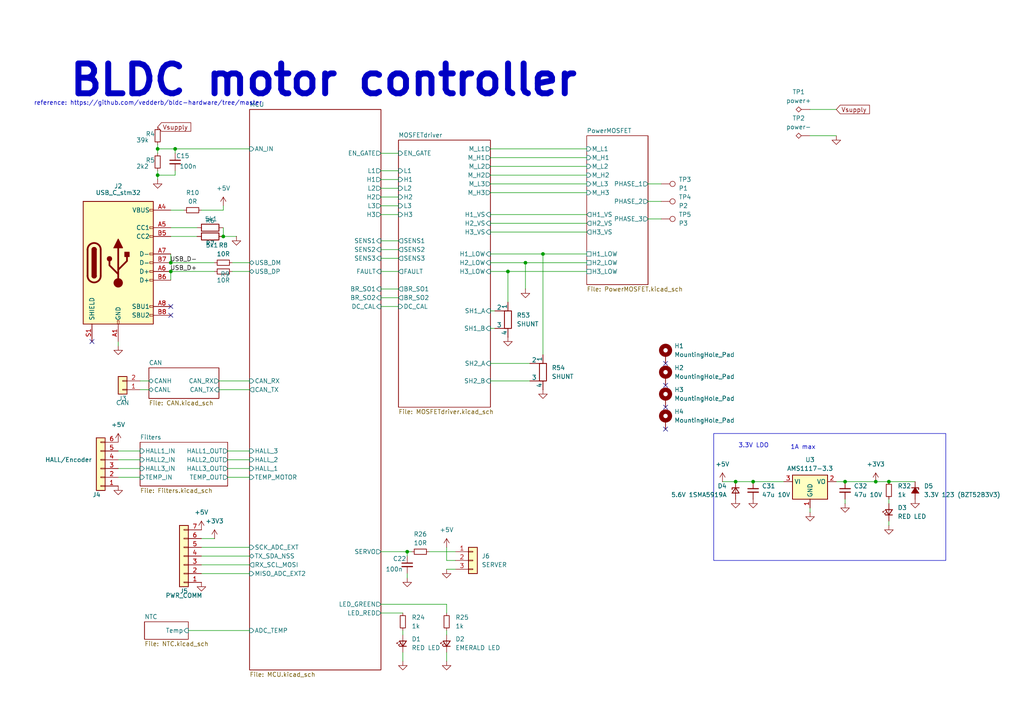
<source format=kicad_sch>
(kicad_sch (version 20231120) (generator "eeschema") (generator_version "8.0")
  (paper "A4")
  (lib_symbols
    (symbol "Connector:TestPoint" (pin_numbers hide) (pin_names (offset 0.762) hide)
      (property "Reference" "TP" (at 0 6.858 0))
      (property "Value" "TestPoint" (at 0 5.08 0))
      (symbol "TestPoint_0_1"
        (circle (center 0 3.302) (radius 0.762))
      )
      (symbol "TestPoint_1_1"
        (pin passive line (at 0 0 90) (length 2.54) (name "1") (number "1"))
      )
    )
    (symbol "Connector:TestPoint_Alt" (pin_numbers hide) (pin_names (offset 0.762) hide)
      (property "Reference" "TP" (at 0 6.858 0))
      (property "Value" "TestPoint_Alt" (at 0 5.08 0))
      (symbol "TestPoint_Alt_0_1"
        (polyline (pts (xy 0 2.54) (xy -0.762 3.302) (xy 0 4.064) (xy 0.762 3.302) (xy 0 2.54)))
      )
      (symbol "TestPoint_Alt_1_1"
        (pin passive line (at 0 0 90) (length 2.54) (name "1") (number "1"))
      )
    )
    (symbol "Connector:USB_C_Receptacle_USB2.0_16P" (pin_names (offset 1.016))
      (property "Reference" "J" (at 0 22.225 0))
      (property "Value" "USB_C_Receptacle_USB2.0_16P" (at 0 19.685 0))
      (symbol "USB_C_Receptacle_USB2.0_16P_0_0"
        (rectangle (start -0.254 -17.78) (end 0.254 -16.764))
        (rectangle (start 10.16 -14.986) (end 9.144 -15.494))
        (rectangle (start 10.16 -12.446) (end 9.144 -12.954))
        (rectangle (start 10.16 -4.826) (end 9.144 -5.334))
        (rectangle (start 10.16 -2.286) (end 9.144 -2.794))
        (rectangle (start 10.16 0.254) (end 9.144 -0.254))
        (rectangle (start 10.16 2.794) (end 9.144 2.286))
        (rectangle (start 10.16 7.874) (end 9.144 7.366))
        (rectangle (start 10.16 10.414) (end 9.144 9.906))
        (rectangle (start 10.16 15.494) (end 9.144 14.986))
      )
      (symbol "USB_C_Receptacle_USB2.0_16P_0_1"
        (rectangle (start -10.16 17.78) (end 10.16 -17.78) (stroke (width 0.254)) (fill (type background)))
        (arc (start -8.89 -3.81) (mid -6.985 -5.7067) (end -5.08 -3.81) (stroke (width 0.508)))
        (arc (start -7.62 -3.81) (mid -6.985 -4.4423) (end -6.35 -3.81) (stroke (width 0.254)))
        (arc (start -7.62 -3.81) (mid -6.985 -4.4423) (end -6.35 -3.81) (stroke (width 0.254)) (fill (type outline)))
        (rectangle (start -7.62 -3.81) (end -6.35 3.81) (stroke (width 0.254)) (fill (type outline)))
        (arc (start -6.35 3.81) (mid -6.985 4.4423) (end -7.62 3.81) (stroke (width 0.254)))
        (arc (start -6.35 3.81) (mid -6.985 4.4423) (end -7.62 3.81) (stroke (width 0.254)) (fill (type outline)))
        (arc (start -5.08 3.81) (mid -6.985 5.7067) (end -8.89 3.81) (stroke (width 0.508)))
        (circle (center -2.54 1.143) (radius 0.635) (stroke (width 0.254)) (fill (type outline)))
        (circle (center 0 -5.842) (radius 1.27) (fill (type outline)))
        (polyline (pts (xy -8.89 -3.81) (xy -8.89 3.81)) (stroke (width 0.508)))
        (polyline (pts (xy -5.08 3.81) (xy -5.08 -3.81)) (stroke (width 0.508)))
        (polyline (pts (xy 0 -5.842) (xy 0 4.318)) (stroke (width 0.508)))
        (polyline (pts (xy 0 -3.302) (xy -2.54 -0.762) (xy -2.54 0.508)) (stroke (width 0.508)))
        (polyline (pts (xy 0 -2.032) (xy 2.54 0.508) (xy 2.54 1.778)) (stroke (width 0.508)))
        (polyline (pts (xy -1.27 4.318) (xy 0 6.858) (xy 1.27 4.318) (xy -1.27 4.318)) (stroke (width 0.254)) (fill (type outline)))
        (rectangle (start 1.905 1.778) (end 3.175 3.048) (stroke (width 0.254)) (fill (type outline)))
      )
      (symbol "USB_C_Receptacle_USB2.0_16P_1_1"
        (pin passive line (at 0 -22.86 90) (length 5.08) (name "GND") (number "A1"))
        (pin passive line (at 0 -22.86 90) (length 5.08) hide (name "GND") (number "A12"))
        (pin passive line (at 15.24 15.24 180) (length 5.08) (name "VBUS") (number "A4"))
        (pin bidirectional line (at 15.24 10.16 180) (length 5.08) (name "CC1") (number "A5"))
        (pin bidirectional line (at 15.24 -2.54 180) (length 5.08) (name "D+") (number "A6"))
        (pin bidirectional line (at 15.24 2.54 180) (length 5.08) (name "D-") (number "A7"))
        (pin bidirectional line (at 15.24 -12.7 180) (length 5.08) (name "SBU1") (number "A8"))
        (pin passive line (at 15.24 15.24 180) (length 5.08) hide (name "VBUS") (number "A9"))
        (pin passive line (at 0 -22.86 90) (length 5.08) hide (name "GND") (number "B1"))
        (pin passive line (at 0 -22.86 90) (length 5.08) hide (name "GND") (number "B12"))
        (pin passive line (at 15.24 15.24 180) (length 5.08) hide (name "VBUS") (number "B4"))
        (pin bidirectional line (at 15.24 7.62 180) (length 5.08) (name "CC2") (number "B5"))
        (pin bidirectional line (at 15.24 -5.08 180) (length 5.08) (name "D+") (number "B6"))
        (pin bidirectional line (at 15.24 0 180) (length 5.08) (name "D-") (number "B7"))
        (pin bidirectional line (at 15.24 -15.24 180) (length 5.08) (name "SBU2") (number "B8"))
        (pin passive line (at 15.24 15.24 180) (length 5.08) hide (name "VBUS") (number "B9"))
        (pin passive line (at -7.62 -22.86 90) (length 5.08) (name "SHIELD") (number "S1"))
      )
    )
    (symbol "Connector_Generic:Conn_01x02" (pin_names (offset 1.016) hide)
      (property "Reference" "J" (at 0 2.54 0))
      (property "Value" "Conn_01x02" (at 0 -5.08 0))
      (symbol "Conn_01x02_1_1"
        (rectangle (start -1.27 -2.413) (end 0 -2.667) (stroke (width 0.1524)))
        (rectangle (start -1.27 0.127) (end 0 -0.127) (stroke (width 0.1524)))
        (rectangle (start -1.27 1.27) (end 1.27 -3.81) (stroke (width 0.254)) (fill (type background)))
        (pin passive line (at -5.08 0 0) (length 3.81) (name "Pin_1") (number "1"))
        (pin passive line (at -5.08 -2.54 0) (length 3.81) (name "Pin_2") (number "2"))
      )
    )
    (symbol "Connector_Generic:Conn_01x03" (pin_names (offset 1.016) hide)
      (property "Reference" "J" (at 0 5.08 0))
      (property "Value" "Conn_01x03" (at 0 -5.08 0))
      (symbol "Conn_01x03_1_1"
        (rectangle (start -1.27 -2.413) (end 0 -2.667) (stroke (width 0.1524)))
        (rectangle (start -1.27 0.127) (end 0 -0.127) (stroke (width 0.1524)))
        (rectangle (start -1.27 2.667) (end 0 2.413) (stroke (width 0.1524)))
        (rectangle (start -1.27 3.81) (end 1.27 -3.81) (stroke (width 0.254)) (fill (type background)))
        (pin passive line (at -5.08 2.54 0) (length 3.81) (name "Pin_1") (number "1"))
        (pin passive line (at -5.08 0 0) (length 3.81) (name "Pin_2") (number "2"))
        (pin passive line (at -5.08 -2.54 0) (length 3.81) (name "Pin_3") (number "3"))
      )
    )
    (symbol "Connector_Generic:Conn_01x06" (pin_names (offset 1.016) hide)
      (property "Reference" "J" (at 0 7.62 0))
      (property "Value" "Conn_01x06" (at 0 -10.16 0))
      (symbol "Conn_01x06_1_1"
        (rectangle (start -1.27 -7.493) (end 0 -7.747) (stroke (width 0.1524)))
        (rectangle (start -1.27 -4.953) (end 0 -5.207) (stroke (width 0.1524)))
        (rectangle (start -1.27 -2.413) (end 0 -2.667) (stroke (width 0.1524)))
        (rectangle (start -1.27 0.127) (end 0 -0.127) (stroke (width 0.1524)))
        (rectangle (start -1.27 2.667) (end 0 2.413) (stroke (width 0.1524)))
        (rectangle (start -1.27 5.207) (end 0 4.953) (stroke (width 0.1524)))
        (rectangle (start -1.27 6.35) (end 1.27 -8.89) (stroke (width 0.254)) (fill (type background)))
        (pin passive line (at -5.08 5.08 0) (length 3.81) (name "Pin_1") (number "1"))
        (pin passive line (at -5.08 2.54 0) (length 3.81) (name "Pin_2") (number "2"))
        (pin passive line (at -5.08 0 0) (length 3.81) (name "Pin_3") (number "3"))
        (pin passive line (at -5.08 -2.54 0) (length 3.81) (name "Pin_4") (number "4"))
        (pin passive line (at -5.08 -5.08 0) (length 3.81) (name "Pin_5") (number "5"))
        (pin passive line (at -5.08 -7.62 0) (length 3.81) (name "Pin_6") (number "6"))
      )
    )
    (symbol "Connector_Generic:Conn_01x07" (pin_names (offset 1.016) hide)
      (property "Reference" "J" (at 0 10.16 0))
      (property "Value" "Conn_01x07" (at 0 -10.16 0))
      (symbol "Conn_01x07_1_1"
        (rectangle (start -1.27 -7.493) (end 0 -7.747) (stroke (width 0.1524)))
        (rectangle (start -1.27 -4.953) (end 0 -5.207) (stroke (width 0.1524)))
        (rectangle (start -1.27 -2.413) (end 0 -2.667) (stroke (width 0.1524)))
        (rectangle (start -1.27 0.127) (end 0 -0.127) (stroke (width 0.1524)))
        (rectangle (start -1.27 2.667) (end 0 2.413) (stroke (width 0.1524)))
        (rectangle (start -1.27 5.207) (end 0 4.953) (stroke (width 0.1524)))
        (rectangle (start -1.27 7.747) (end 0 7.493) (stroke (width 0.1524)))
        (rectangle (start -1.27 8.89) (end 1.27 -8.89) (stroke (width 0.254)) (fill (type background)))
        (pin passive line (at -5.08 7.62 0) (length 3.81) (name "Pin_1") (number "1"))
        (pin passive line (at -5.08 5.08 0) (length 3.81) (name "Pin_2") (number "2"))
        (pin passive line (at -5.08 2.54 0) (length 3.81) (name "Pin_3") (number "3"))
        (pin passive line (at -5.08 0 0) (length 3.81) (name "Pin_4") (number "4"))
        (pin passive line (at -5.08 -2.54 0) (length 3.81) (name "Pin_5") (number "5"))
        (pin passive line (at -5.08 -5.08 0) (length 3.81) (name "Pin_6") (number "6"))
        (pin passive line (at -5.08 -7.62 0) (length 3.81) (name "Pin_7") (number "7"))
      )
    )
    (symbol "Device:C_Small" (pin_numbers hide) (pin_names (offset 0.254) hide)
      (property "Reference" "C" (at 0.254 1.778 0))
      (property "Value" "C_Small" (at 0.254 -2.032 0))
      (symbol "C_Small_0_1"
        (polyline (pts (xy -1.524 -0.508) (xy 1.524 -0.508)) (stroke (width 0.3302)))
        (polyline (pts (xy -1.524 0.508) (xy 1.524 0.508)) (stroke (width 0.3048)))
      )
      (symbol "C_Small_1_1"
        (pin passive line (at 0 2.54 270) (length 2.032) (name "~") (number "1"))
        (pin passive line (at 0 -2.54 90) (length 2.032) (name "~") (number "2"))
      )
    )
    (symbol "Device:D_Zener_Small" (pin_numbers hide) (pin_names (offset 0.254) hide)
      (property "Reference" "D" (at 0 2.286 0))
      (property "Value" "D_Zener_Small" (at 0 -2.286 0))
      (symbol "D_Zener_Small_0_1"
        (polyline (pts (xy 0.762 0) (xy -0.762 0)))
        (polyline (pts (xy -0.254 1.016) (xy -0.762 1.016) (xy -0.762 -1.016)) (stroke (width 0.254)))
        (polyline (pts (xy 0.762 1.016) (xy -0.762 0) (xy 0.762 -1.016) (xy 0.762 1.016)) (stroke (width 0.254)))
      )
      (symbol "D_Zener_Small_1_1"
        (pin passive line (at -2.54 0 0) (length 1.778) (name "K") (number "1"))
        (pin passive line (at 2.54 0 180) (length 1.778) (name "A") (number "2"))
      )
    )
    (symbol "Device:D_Zener_Small_Filled" (pin_numbers hide) (pin_names (offset 0.254) hide)
      (property "Reference" "D" (at 0 2.286 0))
      (property "Value" "D_Zener_Small_Filled" (at 0 -2.286 0))
      (symbol "D_Zener_Small_Filled_0_1"
        (polyline (pts (xy 0.762 0) (xy -0.762 0)))
        (polyline (pts (xy -0.254 1.016) (xy -0.762 1.016) (xy -0.762 -1.016)) (stroke (width 0.254)))
        (polyline (pts (xy 0.762 1.016) (xy -0.762 0) (xy 0.762 -1.016) (xy 0.762 1.016)) (stroke (width 0.254)) (fill (type outline)))
      )
      (symbol "D_Zener_Small_Filled_1_1"
        (pin passive line (at -2.54 0 0) (length 1.778) (name "K") (number "1"))
        (pin passive line (at 2.54 0 180) (length 1.778) (name "A") (number "2"))
      )
    )
    (symbol "Device:LED_Small" (pin_numbers hide) (pin_names (offset 0.254) hide)
      (property "Reference" "D" (at -1.27 3.175 0))
      (property "Value" "LED_Small" (at -4.445 -2.54 0))
      (symbol "LED_Small_0_1"
        (polyline (pts (xy -0.762 -1.016) (xy -0.762 1.016)) (stroke (width 0.254)))
        (polyline (pts (xy 1.016 0) (xy -0.762 0)))
        (polyline (pts (xy 0.762 -1.016) (xy -0.762 0) (xy 0.762 1.016) (xy 0.762 -1.016)) (stroke (width 0.254)))
        (polyline (pts (xy 0 0.762) (xy -0.508 1.27) (xy -0.254 1.27) (xy -0.508 1.27) (xy -0.508 1.016)))
        (polyline (pts (xy 0.508 1.27) (xy 0 1.778) (xy 0.254 1.778) (xy 0 1.778) (xy 0 1.524)))
      )
      (symbol "LED_Small_1_1"
        (pin passive line (at -2.54 0 0) (length 1.778) (name "K") (number "1"))
        (pin passive line (at 2.54 0 180) (length 1.778) (name "A") (number "2"))
      )
    )
    (symbol "Device:R" (pin_numbers hide) (pin_names (offset 0))
      (property "Reference" "R" (at 2.032 0 90))
      (property "Value" "R" (at 0 0 90))
      (symbol "R_0_1"
        (rectangle (start -1.016 -2.54) (end 1.016 2.54) (stroke (width 0.254)))
      )
      (symbol "R_1_1"
        (pin passive line (at 0 3.81 270) (length 1.27) (name "~") (number "1"))
        (pin passive line (at 0 -3.81 90) (length 1.27) (name "~") (number "2"))
      )
    )
    (symbol "Device:R_Shunt" (pin_numbers hide) (pin_names (offset 0))
      (property "Reference" "R" (at -4.445 0 90))
      (property "Value" "R_Shunt" (at -2.54 0 90))
      (symbol "R_Shunt_0_1"
        (rectangle (start -1.016 -2.54) (end 1.016 2.54) (stroke (width 0.254)))
        (polyline (pts (xy 0 -2.54) (xy 1.27 -2.54)))
        (polyline (pts (xy 1.27 2.54) (xy 0 2.54)))
      )
      (symbol "R_Shunt_1_1"
        (pin passive line (at 0 5.08 270) (length 2.54) (name "1") (number "1"))
        (pin passive line (at 3.81 2.54 180) (length 2.54) (name "2") (number "2"))
        (pin passive line (at 3.81 -2.54 180) (length 2.54) (name "3") (number "3"))
        (pin passive line (at 0 -5.08 90) (length 2.54) (name "4") (number "4"))
      )
    )
    (symbol "Device:R_Small" (pin_numbers hide) (pin_names (offset 0.254) hide)
      (property "Reference" "R" (at 0.762 0.508 0))
      (property "Value" "R_Small" (at 0.762 -1.016 0))
      (symbol "R_Small_0_1"
        (rectangle (start -0.762 1.778) (end 0.762 -1.778) (stroke (width 0.2032)))
      )
      (symbol "R_Small_1_1"
        (pin passive line (at 0 2.54 270) (length 0.762) (name "~") (number "1"))
        (pin passive line (at 0 -2.54 90) (length 0.762) (name "~") (number "2"))
      )
    )
    (symbol "Mechanical:MountingHole_Pad" (pin_numbers hide) (pin_names (offset 1.016) hide) (exclude_from_sim yes) (in_bom no)
      (property "Reference" "H" (at 0 6.35 0))
      (property "Value" "MountingHole_Pad" (at 0 4.445 0))
      (symbol "MountingHole_Pad_0_1"
        (circle (center 0 1.27) (radius 1.27) (stroke (width 1.27)))
      )
      (symbol "MountingHole_Pad_1_1"
        (pin input line (at 0 -2.54 90) (length 2.54) (name "1") (number "1"))
      )
    )
    (symbol "Regulator_Linear:AMS1117-3.3"
      (property "Reference" "U" (at -3.81 3.175 0))
      (property "Value" "AMS1117-3.3" (at 0 3.175 0))
      (symbol "AMS1117-3.3_0_1"
        (rectangle (start -5.08 -5.08) (end 5.08 1.905) (stroke (width 0.254)) (fill (type background)))
      )
      (symbol "AMS1117-3.3_1_1"
        (pin power_in line (at 0 -7.62 90) (length 2.54) (name "GND") (number "1"))
        (pin power_out line (at 7.62 0 180) (length 2.54) (name "VO") (number "2"))
        (pin power_in line (at -7.62 0 0) (length 2.54) (name "VI") (number "3"))
      )
    )
    (symbol "power:+3V3" (power) (pin_numbers hide) (pin_names (offset 0) hide)
      (property "Value" "+3V3" (at 0 3.556 0))
      (symbol "+3V3_0_1"
        (polyline (pts (xy -0.762 1.27) (xy 0 2.54)))
        (polyline (pts (xy 0 0) (xy 0 2.54)))
        (polyline (pts (xy 0 2.54) (xy 0.762 1.27)))
      )
      (symbol "+3V3_1_1"
        (pin power_in line (at 0 0 90) (length 0) (name "~") (number "1"))
      )
    )
    (symbol "power:+5V" (power) (pin_numbers hide) (pin_names (offset 0) hide)
      (property "Value" "+5V" (at 0 3.556 0))
      (symbol "+5V_0_1"
        (polyline (pts (xy -0.762 1.27) (xy 0 2.54)))
        (polyline (pts (xy 0 0) (xy 0 2.54)))
        (polyline (pts (xy 0 2.54) (xy 0.762 1.27)))
      )
      (symbol "+5V_1_1"
        (pin power_in line (at 0 0 90) (length 0) (name "~") (number "1"))
      )
    )
    (symbol "power:GND" (power) (pin_numbers hide) (pin_names (offset 0) hide)
      (property "Value" "GND" (at 0 -3.81 0))
      (symbol "GND_0_1"
        (polyline (pts (xy 0 0) (xy 0 -1.27) (xy 1.27 -1.27) (xy 0 -2.54) (xy -1.27 -1.27) (xy 0 -1.27)))
      )
      (symbol "GND_1_1"
        (pin power_in line (at 0 0 270) (length 0) (name "~") (number "1"))
      )
    )
  )
  (junction (at 152.4 76.2))
  (junction (at 50.8 43.18))
  (junction (at 49.53 76.2))
  (junction (at 245.11 139.7))
  (junction (at 157.48 73.66))
  (junction (at 118.11 160.02))
  (junction (at 45.72 50.8))
  (junction (at 64.77 68.58))
  (junction (at 213.36 139.7))
  (junction (at 49.53 78.74))
  (junction (at 257.81 139.7))
  (junction (at 147.32 78.74))
  (junction (at 45.72 43.18))
  (junction (at 254 139.7))
  (junction (at 218.44 139.7))
  (no_connect (at 49.53 88.9))
  (no_connect (at 193.04 124.46))
  (no_connect (at 193.04 111.76))
  (no_connect (at 49.53 91.44))
  (no_connect (at 193.04 118.11))
  (no_connect (at 26.67 99.06))
  (no_connect (at 193.04 105.41))
  (wire (pts (xy 110.49 177.8) (xy 116.84 177.8)))
  (wire (pts (xy 234.95 148.59) (xy 234.95 147.32)))
  (wire (pts (xy 49.53 78.74) (xy 62.23 78.74)))
  (wire (pts (xy 45.72 50.8) (xy 45.72 49.53)))
  (wire (pts (xy 147.32 78.74) (xy 147.32 87.63)))
  (wire (pts (xy 54.61 182.88) (xy 72.39 182.88)))
  (wire (pts (xy 257.81 152.4) (xy 257.81 151.13)))
  (wire (pts (xy 129.54 165.1) (xy 132.08 165.1)))
  (wire (pts (xy 129.54 177.8) (xy 129.54 175.26)))
  (wire (pts (xy 110.49 72.39) (xy 115.57 72.39)))
  (wire (pts (xy 66.04 133.35) (xy 72.39 133.35)))
  (wire (pts (xy 62.23 156.21) (xy 58.42 156.21)))
  (wire (pts (xy 57.15 66.04) (xy 49.53 66.04)))
  (wire (pts (xy 142.24 50.8) (xy 170.18 50.8)))
  (wire (pts (xy 242.57 39.37) (xy 234.95 39.37)))
  (wire (pts (xy 118.11 161.29) (xy 118.11 160.02)))
  (wire (pts (xy 68.58 68.58) (xy 64.77 68.58)))
  (wire (pts (xy 110.49 78.74) (xy 115.57 78.74)))
  (wire (pts (xy 34.29 138.43) (xy 40.64 138.43)))
  (wire (pts (xy 209.55 139.7) (xy 213.36 139.7)))
  (wire (pts (xy 191.77 58.42) (xy 187.96 58.42)))
  (wire (pts (xy 58.42 161.29) (xy 72.39 161.29)))
  (wire (pts (xy 110.49 54.61) (xy 115.57 54.61)))
  (wire (pts (xy 213.36 139.7) (xy 218.44 139.7)))
  (wire (pts (xy 67.31 78.74) (xy 72.39 78.74)))
  (wire (pts (xy 257.81 144.78) (xy 257.81 146.05)))
  (wire (pts (xy 245.11 146.05) (xy 245.11 144.78)))
  (wire (pts (xy 118.11 167.64) (xy 118.11 166.37)))
  (wire (pts (xy 67.31 76.2) (xy 72.39 76.2)))
  (wire (pts (xy 245.11 139.7) (xy 254 139.7)))
  (wire (pts (xy 64.77 59.69) (xy 64.77 60.96)))
  (wire (pts (xy 34.29 133.35) (xy 40.64 133.35)))
  (wire (pts (xy 124.46 160.02) (xy 132.08 160.02)))
  (wire (pts (xy 110.49 49.53) (xy 115.57 49.53)))
  (wire (pts (xy 110.49 57.15) (xy 115.57 57.15)))
  (wire (pts (xy 129.54 184.15) (xy 129.54 182.88)))
  (wire (pts (xy 157.48 73.66) (xy 157.48 102.87)))
  (wire (pts (xy 110.49 83.82) (xy 115.57 83.82)))
  (wire (pts (xy 50.8 43.18) (xy 72.39 43.18)))
  (wire (pts (xy 64.77 60.96) (xy 58.42 60.96)))
  (wire (pts (xy 45.72 50.8) (xy 50.8 50.8)))
  (wire (pts (xy 49.53 76.2) (xy 62.23 76.2)))
  (wire (pts (xy 242.57 139.7) (xy 245.11 139.7)))
  (wire (pts (xy 142.24 53.34) (xy 170.18 53.34)))
  (wire (pts (xy 142.24 45.72) (xy 170.18 45.72)))
  (wire (pts (xy 34.29 135.89) (xy 40.64 135.89)))
  (wire (pts (xy 218.44 139.7) (xy 227.33 139.7)))
  (wire (pts (xy 58.42 163.83) (xy 72.39 163.83)))
  (wire (pts (xy 50.8 44.45) (xy 50.8 43.18)))
  (wire (pts (xy 45.72 43.18) (xy 45.72 41.91)))
  (wire (pts (xy 242.57 31.75) (xy 234.95 31.75)))
  (wire (pts (xy 129.54 162.56) (xy 132.08 162.56)))
  (wire (pts (xy 64.77 66.04) (xy 64.77 68.58)))
  (wire (pts (xy 110.49 69.85) (xy 115.57 69.85)))
  (wire (pts (xy 53.34 60.96) (xy 49.53 60.96)))
  (wire (pts (xy 157.48 73.66) (xy 170.18 73.66)))
  (wire (pts (xy 153.67 110.49) (xy 142.24 110.49)))
  (wire (pts (xy 142.24 62.23) (xy 170.18 62.23)))
  (wire (pts (xy 142.24 78.74) (xy 147.32 78.74)))
  (wire (pts (xy 257.81 139.7) (xy 265.43 139.7)))
  (wire (pts (xy 110.49 52.07) (xy 115.57 52.07)))
  (wire (pts (xy 57.15 68.58) (xy 49.53 68.58)))
  (wire (pts (xy 110.49 44.45) (xy 115.57 44.45)))
  (wire (pts (xy 110.49 86.36) (xy 115.57 86.36)))
  (wire (pts (xy 58.42 158.75) (xy 72.39 158.75)))
  (wire (pts (xy 142.24 73.66) (xy 157.48 73.66)))
  (wire (pts (xy 191.77 53.34) (xy 187.96 53.34)))
  (wire (pts (xy 110.49 160.02) (xy 118.11 160.02)))
  (wire (pts (xy 45.72 43.18) (xy 50.8 43.18)))
  (wire (pts (xy 66.04 130.81) (xy 72.39 130.81)))
  (wire (pts (xy 110.49 88.9) (xy 115.57 88.9)))
  (wire (pts (xy 40.64 110.49) (xy 43.18 110.49)))
  (wire (pts (xy 142.24 48.26) (xy 170.18 48.26)))
  (wire (pts (xy 142.24 76.2) (xy 152.4 76.2)))
  (wire (pts (xy 45.72 44.45) (xy 45.72 43.18)))
  (wire (pts (xy 66.04 135.89) (xy 72.39 135.89)))
  (wire (pts (xy 116.84 191.77) (xy 116.84 189.23)))
  (wire (pts (xy 142.24 95.25) (xy 143.51 95.25)))
  (wire (pts (xy 152.4 83.82) (xy 152.4 76.2)))
  (wire (pts (xy 49.53 73.66) (xy 49.53 76.2)))
  (wire (pts (xy 142.24 64.77) (xy 170.18 64.77)))
  (wire (pts (xy 50.8 49.53) (xy 50.8 50.8)))
  (wire (pts (xy 142.24 105.41) (xy 153.67 105.41)))
  (wire (pts (xy 152.4 76.2) (xy 170.18 76.2)))
  (wire (pts (xy 110.49 74.93) (xy 115.57 74.93)))
  (wire (pts (xy 63.5 113.03) (xy 72.39 113.03)))
  (wire (pts (xy 63.5 110.49) (xy 72.39 110.49)))
  (wire (pts (xy 147.32 78.74) (xy 170.18 78.74)))
  (wire (pts (xy 110.49 62.23) (xy 115.57 62.23)))
  (wire (pts (xy 110.49 59.69) (xy 115.57 59.69)))
  (wire (pts (xy 118.11 160.02) (xy 119.38 160.02)))
  (wire (pts (xy 58.42 166.37) (xy 72.39 166.37)))
  (wire (pts (xy 142.24 55.88) (xy 170.18 55.88)))
  (wire (pts (xy 191.77 63.5) (xy 187.96 63.5)))
  (wire (pts (xy 129.54 158.75) (xy 129.54 162.56)))
  (wire (pts (xy 45.72 52.07) (xy 45.72 50.8)))
  (wire (pts (xy 142.24 90.17) (xy 143.51 90.17)))
  (wire (pts (xy 129.54 191.77) (xy 129.54 189.23)))
  (wire (pts (xy 66.04 138.43) (xy 72.39 138.43)))
  (wire (pts (xy 34.29 100.33) (xy 34.29 99.06)))
  (wire (pts (xy 129.54 175.26) (xy 110.49 175.26)))
  (wire (pts (xy 40.64 113.03) (xy 43.18 113.03)))
  (wire (pts (xy 34.29 130.81) (xy 40.64 130.81)))
  (wire (pts (xy 142.24 43.18) (xy 170.18 43.18)))
  (wire (pts (xy 116.84 184.15) (xy 116.84 182.88)))
  (wire (pts (xy 254 139.7) (xy 257.81 139.7)))
  (wire (pts (xy 142.24 67.31) (xy 170.18 67.31)))
  (wire (pts (xy 49.53 78.74) (xy 49.53 81.28)))
  (rectangle (start 207.01 125.73) (end 274.32 162.56))
  (text "BLDC motor controller" (at 19.558 28.448 0) (effects (font (size 8.636 8.636) (thickness 1.7272) (bold yes)) (justify left bottom)))
  (text "reference: https://github.com/vedderb/bldc-hardware/tree/master" (at 42.926 29.972 0) (effects (font (size 1.27 1.27))))
  (text "3.3V LDO" (at 214.122 130.048 0) (effects (font (size 1.27 1.27)) (justify left bottom)))
  (text "1A max" (at 232.918 129.794 0) (effects (font (size 1.27 1.27))))
  (label "USB_D-" (at 57.15 76.2 180))
  (label "USB_D+" (at 57.15 78.74 180))
  (global_label "Vsupply" (shape input) (at 242.57 31.75 0) (property "Intersheetrefs" "${INTERSHEET_REFS}" (effects (hide yes))))
  (global_label "Vsupply" (shape input) (at 45.72 36.83 0) (property "Intersheetrefs" "${INTERSHEET_REFS}" (effects (hide yes))))
  (symbol (lib_id "power:GND") (at 213.36 144.78 0) (unit 1)
    (property "Reference" "#PWR058" (effects (hide yes)))
    (property "Value" "GND" (effects (hide yes)))
    (property "Description" "Power symbol creates a global label with name \"GND\" , ground" (effects (hide yes)))
  )
  (symbol (lib_id "power:GND") (at 265.43 144.78 0) (unit 1)
    (property "Reference" "#PWR059" (effects (hide yes)))
    (property "Value" "GND" (effects (hide yes)))
    (property "Description" "Power symbol creates a global label with name \"GND\" , ground" (effects (hide yes)))
  )
  (symbol (lib_id "power:GND") (at 147.32 97.79 0) (unit 1)
    (property "Reference" "#PWR074" (effects (hide yes)))
    (property "Value" "GND" (effects (hide yes)))
    (property "Description" "Power symbol creates a global label with name \"GND\" , ground" (effects (hide yes)))
  )
  (symbol (lib_id "power:GND") (at 257.81 152.4 0) (unit 1)
    (property "Reference" "#PWR057" (effects (hide yes)))
    (property "Value" "GND" (effects (hide yes)))
    (property "Description" "Power symbol creates a global label with name \"GND\" , ground" (effects (hide yes)))
  )
  (symbol (lib_id "power:GND") (at 129.54 165.1 0) (unit 1)
    (property "Reference" "#PWR045" (effects (hide yes)))
    (property "Value" "GND" (effects (hide yes)))
    (property "Description" "Power symbol creates a global label with name \"GND\" , ground" (effects (hide yes)))
  )
  (symbol (lib_id "power:GND") (at 68.58 68.58 0) (mirror y) (unit 1)
    (property "Reference" "#PWR019" (effects (hide yes)))
    (property "Value" "GND" (effects (hide yes)))
    (property "Description" "Power symbol creates a global label with name \"GND\" , ground" (effects (hide yes)))
  )
  (symbol (lib_id "Regulator_Linear:AMS1117-3.3") (at 234.95 139.7 0) (unit 1)
    (property "Reference" "U3" (at 234.95 133.35 0))
    (property "Value" "AMS1117-3.3" (at 234.95 135.89 0))
    (property "Footprint" "Package_TO_SOT_SMD:SOT-223-3_TabPin2" (effects (hide yes)))
    (property "Datasheet" "http://www.advanced-monolithic.com/pdf/ds1117.pdf" (effects (hide yes)))
    (property "Description" "1A Low Dropout regulator, positive, 3.3V fixed output, SOT-223" (effects (hide yes)))
  )
  (symbol (lib_id "Device:LED_Small") (at 116.84 186.69 90) (unit 1)
    (property "Reference" "D1" (at 119.38 185.3565 90) (effects (justify right)))
    (property "Value" "RED LED" (at 119.38 187.8965 90) (effects (justify right)))
    (property "Footprint" "LED_SMD:LED_0603_1608Metric" (effects (hide yes)))
    (property "Description" "Light emitting diode, small symbol" (effects (hide yes)))
  )
  (symbol (lib_id "Connector:TestPoint") (at 191.77 58.42 270) (unit 1)
    (property "Reference" "TP4" (at 196.85 57.15 90) (effects (justify left)))
    (property "Value" "P2" (at 196.85 59.69 90) (effects (justify left)))
    (property "Footprint" "TestPoint:TestPoint_Pad_4.0x4.0mm" (effects (hide yes)))
    (property "Description" "test point" (effects (hide yes)))
  )
  (symbol (lib_id "Device:R_Shunt") (at 157.48 107.95 0) (mirror y) (unit 1)
    (property "Reference" "R54" (at 160.02 106.68 0) (effects (justify right)))
    (property "Value" "SHUNT" (at 160.02 109.22 0) (effects (justify right)))
    (property "Footprint" "Resistor_SMD:R_Shunt_Isabellenhuette_BVR4026" (effects (hide yes)))
    (property "Description" "Shunt resistor" (effects (hide yes)))
  )
  (symbol (lib_id "power:GND") (at 242.57 39.37 0) (mirror y) (unit 1)
    (property "Reference" "#PWR040" (effects (hide yes)))
    (property "Value" "GND" (effects (hide yes)))
    (property "Description" "Power symbol creates a global label with name \"GND\" , ground" (effects (hide yes)))
  )
  (symbol (lib_id "Connector_Generic:Conn_01x03") (at 137.16 162.56 0) (unit 1)
    (property "Reference" "J6" (at 139.7 161.29 0) (effects (justify left)))
    (property "Value" "SERVER" (at 139.7 163.83 0) (effects (justify left)))
    (property "Footprint" "Connector_JST:JST_XH_B3B-XH-A_1x03_P2.50mm_Vertical" (effects (hide yes)))
    (property "Description" "Generic connector, single row, 01x03, script generated (kicad-library-utils/schlib/autogen/connector/)" (effects (hide yes)))
  )
  (symbol (lib_id "power:GND") (at 218.44 144.78 0) (unit 1)
    (property "Reference" "#PWR054" (effects (hide yes)))
    (property "Value" "GND" (effects (hide yes)))
    (property "Description" "Power symbol creates a global label with name \"GND\" , ground" (effects (hide yes)))
  )
  (symbol (lib_id "power:+5V") (at 64.77 59.69 0) (unit 1)
    (property "Reference" "#PWR021" (effects (hide yes)))
    (property "Value" "+5V" (at 64.77 54.61 0))
    (property "Description" "Power symbol creates a global label with name \"+5V\"" (effects (hide yes)))
  )
  (symbol (lib_id "Connector:TestPoint_Alt") (at 234.95 31.75 90) (unit 1)
    (property "Reference" "TP1" (at 231.648 26.67 90))
    (property "Value" "power+" (at 231.648 29.21 90))
    (property "Footprint" "Connector_Pin:Pin_D0.9mm_L10.0mm_W2.4mm_FlatFork" (effects (hide yes)))
    (property "Description" "test point (alternative shape)" (effects (hide yes)))
  )
  (symbol (lib_id "Connector:TestPoint") (at 191.77 63.5 270) (unit 1)
    (property "Reference" "TP5" (at 196.85 62.23 90) (effects (justify left)))
    (property "Value" "P3" (at 196.85 64.77 90) (effects (justify left)))
    (property "Footprint" "TestPoint:TestPoint_Pad_4.0x4.0mm" (effects (hide yes)))
    (property "Description" "test point" (effects (hide yes)))
  )
  (symbol (lib_id "Connector:TestPoint_Alt") (at 234.95 39.37 90) (unit 1)
    (property "Reference" "TP2" (at 231.648 34.29 90))
    (property "Value" "power-" (at 231.648 36.83 90))
    (property "Footprint" "TestPoint:TestPoint_Pad_4.0x4.0mm" (effects (hide yes)))
    (property "Description" "test point (alternative shape)" (effects (hide yes)))
  )
  (symbol (lib_id "Connector_Generic:Conn_01x06") (at 29.21 135.89 180) (unit 1)
    (property "Reference" "J4" (at 29.21 143.51 0) (effects (justify left)))
    (property "Value" "HALL/Encoder" (at 26.67 133.35 0) (effects (justify left)))
    (property "Footprint" "Connector_JST:JST_XH_B6B-XH-A_1x06_P2.50mm_Vertical" (effects (hide yes)))
    (property "Description" "Generic connector, single row, 01x06, script generated (kicad-library-utils/schlib/autogen/connector/)" (effects (hide yes)))
  )
  (symbol (lib_id "power:+3V3") (at 62.23 156.21 0) (unit 1)
    (property "Reference" "#PWR036" (effects (hide yes)))
    (property "Value" "+3V3" (at 62.23 151.13 0))
    (property "Description" "Power symbol creates a global label with name \"+3V3\"" (effects (hide yes)))
  )
  (symbol (lib_id "Connector:TestPoint") (at 191.77 53.34 270) (unit 1)
    (property "Reference" "TP3" (at 196.85 52.07 90) (effects (justify left)))
    (property "Value" "P1" (at 196.85 54.61 90) (effects (justify left)))
    (property "Footprint" "TestPoint:TestPoint_Pad_4.0x4.0mm" (effects (hide yes)))
    (property "Description" "test point" (effects (hide yes)))
  )
  (symbol (lib_id "power:GND") (at 152.4 83.82 0) (unit 1)
    (property "Reference" "#PWR076" (effects (hide yes)))
    (property "Value" "GND" (effects (hide yes)))
    (property "Description" "Power symbol creates a global label with name \"GND\" , ground" (effects (hide yes)))
  )
  (symbol (lib_id "power:GND") (at 118.11 167.64 0) (unit 1)
    (property "Reference" "#PWR043" (effects (hide yes)))
    (property "Value" "GND" (effects (hide yes)))
    (property "Description" "Power symbol creates a global label with name \"GND\" , ground" (effects (hide yes)))
  )
  (symbol (lib_id "Device:R_Small") (at 64.77 76.2 270) (mirror x) (unit 1)
    (property "Reference" "R8" (at 64.77 71.12 90))
    (property "Value" "10R" (at 64.77 73.66 90))
    (property "Footprint" "Resistor_SMD:R_0603_1608Metric" (effects (hide yes)))
    (property "Description" "Resistor, small symbol" (effects (hide yes)))
  )
  (symbol (lib_id "Device:R_Small") (at 45.72 46.99 0) (mirror y) (unit 1)
    (property "Reference" "R5" (at 44.958 46.482 0) (effects (justify left)))
    (property "Value" "2k2" (at 43.18 48.26 0) (effects (justify left)))
    (property "Footprint" "Resistor_SMD:R_0603_1608Metric" (effects (hide yes)))
    (property "Description" "Resistor, small symbol" (effects (hide yes)))
  )
  (symbol (lib_id "power:GND") (at 58.42 168.91 0) (mirror y) (unit 1)
    (property "Reference" "#PWR037" (effects (hide yes)))
    (property "Value" "GND" (effects (hide yes)))
    (property "Description" "Power symbol creates a global label with name \"GND\" , ground" (effects (hide yes)))
  )
  (symbol (lib_id "power:+3V3") (at 254 139.7 0) (unit 1)
    (property "Reference" "#PWR053" (effects (hide yes)))
    (property "Value" "+3V3" (at 254 134.62 0))
    (property "Description" "Power symbol creates a global label with name \"+3V3\"" (effects (hide yes)))
  )
  (symbol (lib_id "Device:LED_Small") (at 129.54 186.69 90) (unit 1)
    (property "Reference" "D2" (at 132.08 185.3565 90) (effects (justify right)))
    (property "Value" "EMERALD LED" (at 132.08 187.8965 90) (effects (justify right)))
    (property "Footprint" "LED_SMD:LED_0603_1608Metric" (effects (hide yes)))
    (property "Description" "Light emitting diode, small symbol" (effects (hide yes)))
  )
  (symbol (lib_id "Device:C_Small") (at 118.11 163.83 0) (mirror y) (unit 1)
    (property "Reference" "C22" (at 117.856 162.052 0) (effects (justify left)))
    (property "Value" "100n" (at 116.84 165.1 0) (effects (justify left)))
    (property "Footprint" "Capacitor_SMD:C_0603_1608Metric" (effects (hide yes)))
    (property "Description" "Unpolarized capacitor, small symbol" (effects (hide yes)))
  )
  (symbol (lib_id "power:GND") (at 234.95 148.59 0) (unit 1)
    (property "Reference" "#PWR056" (effects (hide yes)))
    (property "Value" "GND" (effects (hide yes)))
    (property "Description" "Power symbol creates a global label with name \"GND\" , ground" (effects (hide yes)))
  )
  (symbol (lib_id "power:GND") (at 34.29 140.97 0) (mirror y) (unit 1)
    (property "Reference" "#PWR033" (effects (hide yes)))
    (property "Value" "GND" (effects (hide yes)))
    (property "Description" "Power symbol creates a global label with name \"GND\" , ground" (effects (hide yes)))
  )
  (symbol (lib_id "power:+5V") (at 209.55 139.7 0) (unit 1)
    (property "Reference" "#PWR052" (effects (hide yes)))
    (property "Value" "+5V" (at 209.55 134.62 0))
    (property "Description" "Power symbol creates a global label with name \"+5V\"" (effects (hide yes)))
  )
  (symbol (lib_id "Device:D_Zener_Small_Filled") (at 265.43 142.24 270) (unit 1)
    (property "Reference" "D5" (at 267.97 140.97 90) (effects (justify left)))
    (property "Value" "3.3V 123 (BZT52B3V3)" (at 267.97 143.51 90) (effects (justify left)))
    (property "Footprint" "Diode_SMD:D_SOD-123" (effects (hide yes)))
    (property "Description" "Zener diode, small symbol, filled shape" (effects (hide yes)))
  )
  (symbol (lib_id "Device:R_Shunt") (at 147.32 92.71 0) (mirror y) (unit 1)
    (property "Reference" "R53" (at 149.86 91.44 0) (effects (justify right)))
    (property "Value" "SHUNT" (at 149.86 93.98 0) (effects (justify right)))
    (property "Footprint" "Resistor_SMD:R_Shunt_Isabellenhuette_BVR4026" (effects (hide yes)))
    (property "Description" "Shunt resistor" (effects (hide yes)))
  )
  (symbol (lib_id "Device:R_Small") (at 257.81 142.24 0) (unit 1)
    (property "Reference" "R32" (at 260.35 140.97 0) (effects (justify left)))
    (property "Value" "1k" (at 260.35 143.51 0) (effects (justify left)))
    (property "Footprint" "Resistor_SMD:R_0603_1608Metric" (effects (hide yes)))
    (property "Description" "Resistor, small symbol" (effects (hide yes)))
  )
  (symbol (lib_id "Device:R_Small") (at 129.54 180.34 0) (unit 1)
    (property "Reference" "R25" (at 132.08 179.07 0) (effects (justify left)))
    (property "Value" "1k" (at 132.08 181.61 0) (effects (justify left)))
    (property "Footprint" "Resistor_SMD:R_0603_1608Metric" (effects (hide yes)))
    (property "Description" "Resistor, small symbol" (effects (hide yes)))
  )
  (symbol (lib_id "Connector_Generic:Conn_01x07") (at 53.34 161.29 180) (unit 1)
    (property "Reference" "J5" (at 53.34 171.45 0))
    (property "Value" "PWR_COMM" (at 53.34 172.72 0))
    (property "Footprint" "Connector_JST:JST_XH_B7B-XH-A_1x07_P2.50mm_Vertical" (effects (hide yes)))
    (property "Description" "Generic connector, single row, 01x07, script generated (kicad-library-utils/schlib/autogen/connector/)" (effects (hide yes)))
  )
  (symbol (lib_id "power:GND") (at 245.11 146.05 0) (unit 1)
    (property "Reference" "#PWR055" (effects (hide yes)))
    (property "Value" "GND" (effects (hide yes)))
    (property "Description" "Power symbol creates a global label with name \"GND\" , ground" (effects (hide yes)))
  )
  (symbol (lib_id "Mechanical:MountingHole_Pad") (at 193.04 115.57 0) (unit 1) (exclude_from_sim yes) (in_bom no)
    (property "Reference" "H3" (at 195.58 113.03 0) (effects (justify left)))
    (property "Value" "MountingHole_Pad" (at 195.58 115.57 0) (effects (justify left)))
    (property "Footprint" "MountingHole:MountingHole_3.2mm_M3_Pad" (effects (hide yes)))
    (property "Description" "Mounting Hole with connection" (effects (hide yes)))
  )
  (symbol (lib_id "Mechanical:MountingHole_Pad") (at 193.04 121.92 0) (unit 1) (exclude_from_sim yes) (in_bom no)
    (property "Reference" "H4" (at 195.58 119.38 0) (effects (justify left)))
    (property "Value" "MountingHole_Pad" (at 195.58 121.92 0) (effects (justify left)))
    (property "Footprint" "MountingHole:MountingHole_3.2mm_M3_Pad" (effects (hide yes)))
    (property "Description" "Mounting Hole with connection" (effects (hide yes)))
  )
  (symbol (lib_id "Connector:USB_C_Receptacle_USB2.0_16P") (at 34.29 76.2 0) (unit 1)
    (property "Reference" "J2" (at 34.29 53.975 0))
    (property "Value" "USB_C_stm32" (at 34.29 55.88 0))
    (property "Footprint" "Connector_USB:USB_C_Receptacle_GCT_USB4105-xx-A_16P_TopMnt_Horizontal" (effects (hide yes)))
    (property "Datasheet" "https://www.usb.org/sites/default/files/documents/usb_type-c.zip" (effects (hide yes)))
    (property "Description" "USB 2.0-only 16P Type-C Receptacle connector" (effects (hide yes)))
  )
  (symbol (lib_id "power:GND") (at 157.48 113.03 0) (unit 1)
    (property "Reference" "#PWR075" (effects (hide yes)))
    (property "Value" "GND" (effects (hide yes)))
    (property "Description" "Power symbol creates a global label with name \"GND\" , ground" (effects (hide yes)))
  )
  (symbol (lib_id "Mechanical:MountingHole_Pad") (at 193.04 102.87 0) (unit 1) (exclude_from_sim yes) (in_bom no)
    (property "Reference" "H1" (at 195.58 100.33 0) (effects (justify left)))
    (property "Value" "MountingHole_Pad" (at 195.58 102.87 0) (effects (justify left)))
    (property "Footprint" "MountingHole:MountingHole_3.2mm_M3_Pad" (effects (hide yes)))
    (property "Description" "Mounting Hole with connection" (effects (hide yes)))
  )
  (symbol (lib_id "power:GND") (at 116.84 191.77 0) (unit 1)
    (property "Reference" "#PWR041" (effects (hide yes)))
    (property "Value" "GND" (effects (hide yes)))
    (property "Description" "Power symbol creates a global label with name \"GND\" , ground" (effects (hide yes)))
  )
  (symbol (lib_id "Device:R_Small") (at 64.77 78.74 270) (unit 1)
    (property "Reference" "R9" (at 65.278 79.502 90))
    (property "Value" "10R" (at 64.77 81.28 90))
    (property "Footprint" "Resistor_SMD:R_0603_1608Metric" (effects (hide yes)))
    (property "Description" "Resistor, small symbol" (effects (hide yes)))
  )
  (symbol (lib_id "power:GND") (at 45.72 52.07 0) (unit 1)
    (property "Reference" "#PWR018" (effects (hide yes)))
    (property "Value" "GND" (effects (hide yes)))
    (property "Description" "Power symbol creates a global label with name \"GND\" , ground" (effects (hide yes)))
  )
  (symbol (lib_id "Device:C_Small") (at 245.11 142.24 0) (unit 1)
    (property "Reference" "C32" (at 247.65 140.97 0) (effects (justify left)))
    (property "Value" "47u 10V" (at 247.65 143.51 0) (effects (justify left)))
    (property "Footprint" "Capacitor_SMD:C_1206_3216Metric" (effects (hide yes)))
    (property "Description" "Unpolarized capacitor, small symbol" (effects (hide yes)))
  )
  (symbol (lib_id "power:+5V") (at 34.29 128.27 0) (unit 1)
    (property "Reference" "#PWR034" (effects (hide yes)))
    (property "Value" "+5V" (at 34.29 123.19 0))
    (property "Description" "Power symbol creates a global label with name \"+5V\"" (effects (hide yes)))
  )
  (symbol (lib_id "Device:D_Zener_Small") (at 213.36 142.24 90) (mirror x) (unit 1)
    (property "Reference" "D4" (at 210.82 140.97 90) (effects (justify left)))
    (property "Value" "5.6V 1SMA5919A" (at 210.82 143.51 90) (effects (justify left)))
    (property "Footprint" "Diode_SMD:D_SMA" (effects (hide yes)))
    (property "Description" "Zener diode, small symbol" (effects (hide yes)))
  )
  (symbol (lib_id "power:GND") (at 129.54 191.77 0) (unit 1)
    (property "Reference" "#PWR042" (effects (hide yes)))
    (property "Value" "GND" (effects (hide yes)))
    (property "Description" "Power symbol creates a global label with name \"GND\" , ground" (effects (hide yes)))
  )
  (symbol (lib_id "Device:C_Small") (at 50.8 46.99 0) (unit 1)
    (property "Reference" "C15" (at 51.054 45.212 0) (effects (justify left)))
    (property "Value" "100n" (at 52.07 48.26 0) (effects (justify left)))
    (property "Footprint" "Capacitor_SMD:C_0603_1608Metric" (effects (hide yes)))
    (property "Description" "Unpolarized capacitor, small symbol" (effects (hide yes)))
  )
  (symbol (lib_id "Device:R_Small") (at 116.84 180.34 0) (unit 1)
    (property "Reference" "R24" (at 119.38 179.07 0) (effects (justify left)))
    (property "Value" "1k" (at 119.38 181.61 0) (effects (justify left)))
    (property "Footprint" "Resistor_SMD:R_0603_1608Metric" (effects (hide yes)))
    (property "Description" "Resistor, small symbol" (effects (hide yes)))
  )
  (symbol (lib_id "power:+5V") (at 58.42 153.67 0) (unit 1)
    (property "Reference" "#PWR035" (effects (hide yes)))
    (property "Value" "+5V" (at 58.42 148.59 0))
    (property "Description" "Power symbol creates a global label with name \"+5V\"" (effects (hide yes)))
  )
  (symbol (lib_id "Device:R") (at 60.96 68.58 270) (unit 1)
    (property "Reference" "R7" (at 60.96 70.612 90))
    (property "Value" "5k1" (at 61.468 71.12 90))
    (property "Footprint" "Resistor_SMD:R_0603_1608Metric" (effects (hide yes)))
    (property "Description" "Resistor" (effects (hide yes)))
  )
  (symbol (lib_id "Device:R_Small") (at 45.72 39.37 0) (mirror y) (unit 1)
    (property "Reference" "R4" (at 44.958 38.862 0) (effects (justify left)))
    (property "Value" "39k" (at 43.18 40.64 0) (effects (justify left)))
    (property "Footprint" "Resistor_SMD:R_0603_1608Metric" (effects (hide yes)))
    (property "Description" "Resistor, small symbol" (effects (hide yes)))
  )
  (symbol (lib_id "Device:C_Small") (at 218.44 142.24 0) (unit 1)
    (property "Reference" "C31" (at 220.98 140.97 0) (effects (justify left)))
    (property "Value" "47u 10V" (at 220.98 143.51 0) (effects (justify left)))
    (property "Footprint" "Capacitor_SMD:C_1206_3216Metric" (effects (hide yes)))
    (property "Description" "Unpolarized capacitor, small symbol" (effects (hide yes)))
  )
  (symbol (lib_id "Connector_Generic:Conn_01x02") (at 35.56 113.03 180) (unit 1)
    (property "Reference" "J3" (at 35.56 115.57 0))
    (property "Value" "CAN" (at 35.56 116.84 0))
    (property "Footprint" "Connector_JST:JST_XH_B2B-XH-A_1x02_P2.50mm_Vertical" (effects (hide yes)))
    (property "Description" "Generic connector, single row, 01x02, script generated (kicad-library-utils/schlib/autogen/connector/)" (effects (hide yes)))
  )
  (symbol (lib_id "Device:R_Small") (at 121.92 160.02 270) (mirror x) (unit 1)
    (property "Reference" "R26" (at 121.92 154.94 90))
    (property "Value" "10R" (at 121.92 157.48 90))
    (property "Footprint" "Resistor_SMD:R_0603_1608Metric" (effects (hide yes)))
    (property "Description" "Resistor, small symbol" (effects (hide yes)))
  )
  (symbol (lib_id "power:+5V") (at 129.54 158.75 0) (unit 1)
    (property "Reference" "#PWR044" (effects (hide yes)))
    (property "Value" "+5V" (at 129.54 153.67 0))
    (property "Description" "Power symbol creates a global label with name \"+5V\"" (effects (hide yes)))
  )
  (symbol (lib_id "Device:R") (at 60.96 66.04 270) (mirror x) (unit 1)
    (property "Reference" "R6" (at 60.96 64.008 90))
    (property "Value" "5k1" (at 61.214 63.5 90))
    (property "Footprint" "Resistor_SMD:R_0603_1608Metric" (effects (hide yes)))
    (property "Description" "Resistor" (effects (hide yes)))
  )
  (symbol (lib_id "Mechanical:MountingHole_Pad") (at 193.04 109.22 0) (unit 1) (exclude_from_sim yes) (in_bom no)
    (property "Reference" "H2" (at 195.58 106.68 0) (effects (justify left)))
    (property "Value" "MountingHole_Pad" (at 195.58 109.22 0) (effects (justify left)))
    (property "Footprint" "MountingHole:MountingHole_3.2mm_M3_Pad" (effects (hide yes)))
    (property "Description" "Mounting Hole with connection" (effects (hide yes)))
  )
  (symbol (lib_id "power:GND") (at 34.29 100.33 0) (mirror y) (unit 1)
    (property "Reference" "#PWR020" (effects (hide yes)))
    (property "Value" "GND" (effects (hide yes)))
    (property "Description" "Power symbol creates a global label with name \"GND\" , ground" (effects (hide yes)))
  )
  (symbol (lib_id "Device:R_Small") (at 55.88 60.96 270) (mirror x) (unit 1)
    (property "Reference" "R10" (at 55.88 55.88 90))
    (property "Value" "0R" (at 55.88 58.42 90))
    (property "Footprint" "Resistor_SMD:R_0603_1608Metric" (effects (hide yes)))
    (property "Description" "Resistor, small symbol" (effects (hide yes)))
  )
  (symbol (lib_id "Device:LED_Small") (at 257.81 148.59 90) (unit 1)
    (property "Reference" "D3" (at 260.35 147.2565 90) (effects (justify right)))
    (property "Value" "RED LED" (at 260.35 149.7965 90) (effects (justify right)))
    (property "Footprint" "LED_SMD:LED_0603_1608Metric" (effects (hide yes)))
    (property "Description" "Light emitting diode, small symbol" (effects (hide yes)))
  )
  (sheet (at 43.18 106.68) (size 20.32 8.89) (stroke (width 0.1524))
    (property "Sheetname" "CAN" (at 43.18 105.9684 0) (effects (justify left bottom)))
    (property "Sheetfile" "CAN.kicad_sch" (at 43.18 116.1546 0) (effects (justify left top)))
    (pin "CANL" bidirectional (at 43.18 113.03 180))
    (pin "CANH" bidirectional (at 43.18 110.49 180))
    (pin "CAN_TX" input (at 63.5 113.03 0))
    (pin "CAN_RX" output (at 63.5 110.49 0))
  )
  (sheet (at 170.18 39.37) (size 17.78 43.18) (stroke (width 0.1524))
    (property "Sheetname" "PowerMOSFET" (at 170.18 38.6584 0) (effects (justify left bottom)))
    (property "Sheetfile" "PowerMOSFET.kicad_sch" (at 170.18 83.1346 0) (effects (justify left top)))
    (pin "M_L1" input (at 170.18 43.18 180))
    (pin "H1_VS" output (at 170.18 62.23 180))
    (pin "M_H1" input (at 170.18 45.72 180))
    (pin "M_L3" input (at 170.18 53.34 180))
    (pin "PHASE_2" output (at 187.96 58.42 0))
    (pin "M_H3" input (at 170.18 55.88 180))
    (pin "H2_VS" output (at 170.18 64.77 180))
    (pin "H2_LOW" passive (at 170.18 76.2 180))
    (pin "H3_LOW" passive (at 170.18 78.74 180))
    (pin "H3_VS" output (at 170.18 67.31 180))
    (pin "PHASE_3" output (at 187.96 63.5 0))
    (pin "PHASE_1" output (at 187.96 53.34 0))
    (pin "H1_LOW" passive (at 170.18 73.66 180))
    (pin "M_H2" input (at 170.18 50.8 180))
    (pin "M_L2" input (at 170.18 48.26 180))
  )
  (sheet (at 40.64 128.27) (size 25.4 12.7) (stroke (width 0.1524))
    (property "Sheetname" "Filters" (at 40.64 127.5584 0) (effects (justify left bottom)))
    (property "Sheetfile" "Filters.kicad_sch" (at 40.64 141.5546 0) (effects (justify left top)))
    (pin "HALL1_IN" input (at 40.64 130.81 180))
    (pin "TEMP_IN" input (at 40.64 138.43 180))
    (pin "HALL3_IN" input (at 40.64 135.89 180))
    (pin "HALL2_IN" input (at 40.64 133.35 180))
    (pin "HALL1_OUT" output (at 66.04 130.81 0))
    (pin "HALL3_OUT" output (at 66.04 135.89 0))
    (pin "HALL2_OUT" output (at 66.04 133.35 0))
    (pin "TEMP_OUT" output (at 66.04 138.43 0))
  )
  (sheet (at 115.57 40.64) (size 26.67 77.47) (stroke (width 0.1524))
    (property "Sheetname" "MOSFETdriver" (at 115.57 39.9284 0) (effects (justify left bottom)))
    (property "Sheetfile" "MOSFETdriver.kicad_sch" (at 115.57 118.6946 0) (effects (justify left top)))
    (pin "FAULT" output (at 115.57 78.74 180))
    (pin "DC_CAL" input (at 115.57 88.9 180))
    (pin "H2" input (at 115.57 57.15 180))
    (pin "EN_GATE" input (at 115.57 44.45 180))
    (pin "H1" input (at 115.57 52.07 180))
    (pin "L1" input (at 115.57 49.53 180))
    (pin "BR_SO1" output (at 115.57 83.82 180))
    (pin "BR_SO2" output (at 115.57 86.36 180))
    (pin "L2" input (at 115.57 54.61 180))
    (pin "L3" input (at 115.57 59.69 180))
    (pin "H3" input (at 115.57 62.23 180))
    (pin "H3_VS" input (at 142.24 67.31 0))
    (pin "H2_LOW" input (at 142.24 76.2 0))
    (pin "M_H3" output (at 142.24 55.88 0))
    (pin "M_L3" output (at 142.24 53.34 0))
    (pin "H3_LOW" input (at 142.24 78.74 0))
    (pin "H1_LOW" input (at 142.24 73.66 0))
    (pin "M_L1" output (at 142.24 43.18 0))
    (pin "M_H1" output (at 142.24 45.72 0))
    (pin "M_L2" output (at 142.24 48.26 0))
    (pin "M_H2" output (at 142.24 50.8 0))
    (pin "H1_VS" input (at 142.24 62.23 0))
    (pin "H2_VS" input (at 142.24 64.77 0))
    (pin "SH2_A" input (at 142.24 105.41 0))
    (pin "SH2_B" input (at 142.24 110.49 0))
    (pin "SH1_A" input (at 142.24 90.17 0))
    (pin "SH1_B" input (at 142.24 95.25 0))
    (pin "SENS1" output (at 115.57 69.85 180))
    (pin "SENS2" output (at 115.57 72.39 180))
    (pin "SENS3" output (at 115.57 74.93 180))
  )
  (sheet (at 72.39 31.75) (size 38.1 162.56) (stroke (width 0.1524))
    (property "Sheetname" "MCU" (at 72.39 31.0384 0) (effects (justify left bottom)))
    (property "Sheetfile" "MCU.kicad_sch" (at 72.39 194.8946 0) (effects (justify left top)))
    (pin "H3" output (at 110.49 62.23 0))
    (pin "SERVO" output (at 110.49 160.02 0))
    (pin "CAN_TX" output (at 72.39 113.03 180))
    (pin "HALL_1" input (at 72.39 135.89 180))
    (pin "HALL_2" input (at 72.39 133.35 180))
    (pin "CAN_RX" input (at 72.39 110.49 180))
    (pin "RX_SCL_MOSI" output (at 72.39 163.83 180))
    (pin "DC_CAL" input (at 110.49 88.9 0))
    (pin "TX_SDA_NSS" tri_state (at 72.39 161.29 180))
    (pin "USB_DM" bidirectional (at 72.39 76.2 180))
    (pin "USB_DP" bidirectional (at 72.39 78.74 180))
    (pin "BR_SO2" input (at 110.49 86.36 0))
    (pin "BR_SO1" input (at 110.49 83.82 0))
    (pin "H1" output (at 110.49 52.07 0))
    (pin "H2" output (at 110.49 57.15 0))
    (pin "FAULT" input (at 110.49 78.74 0))
    (pin "HALL_3" input (at 72.39 130.81 180))
    (pin "EN_GATE" output (at 110.49 44.45 0))
    (pin "LED_RED" output (at 110.49 177.8 0))
    (pin "TEMP_MOTOR" input (at 72.39 138.43 180))
    (pin "AN_IN" input (at 72.39 43.18 180))
    (pin "LED_GREEN" output (at 110.49 175.26 0))
    (pin "ADC_TEMP" input (at 72.39 182.88 180))
    (pin "MISO_ADC_EXT2" input (at 72.39 166.37 180))
    (pin "SCK_ADC_EXT" input (at 72.39 158.75 180))
    (pin "SENS2" input (at 110.49 72.39 0))
    (pin "SENS1" input (at 110.49 69.85 0))
    (pin "SENS3" input (at 110.49 74.93 0))
    (pin "L2" output (at 110.49 54.61 0))
    (pin "L1" output (at 110.49 49.53 0))
    (pin "L3" output (at 110.49 59.69 0))
  )
  (sheet (at 41.91 180.34) (size 12.7 5.08) (stroke (width 0.1524))
    (property "Sheetname" "NTC" (at 41.91 179.6284 0) (effects (justify left bottom)))
    (property "Sheetfile" "NTC.kicad_sch" (at 41.91 186.0046 0) (effects (justify left top)))
    (pin "Temp" input (at 54.61 182.88 0))
  )
)
</source>
